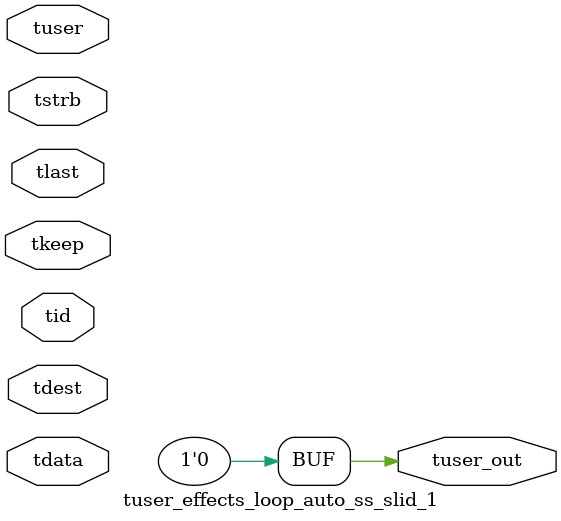
<source format=v>


`timescale 1ps/1ps

module tuser_effects_loop_auto_ss_slid_1 #
(
parameter C_S_AXIS_TUSER_WIDTH = 1,
parameter C_S_AXIS_TDATA_WIDTH = 32,
parameter C_S_AXIS_TID_WIDTH   = 0,
parameter C_S_AXIS_TDEST_WIDTH = 0,
parameter C_M_AXIS_TUSER_WIDTH = 1
)
(
input  [(C_S_AXIS_TUSER_WIDTH == 0 ? 1 : C_S_AXIS_TUSER_WIDTH)-1:0     ] tuser,
input  [(C_S_AXIS_TDATA_WIDTH == 0 ? 1 : C_S_AXIS_TDATA_WIDTH)-1:0     ] tdata,
input  [(C_S_AXIS_TID_WIDTH   == 0 ? 1 : C_S_AXIS_TID_WIDTH)-1:0       ] tid,
input  [(C_S_AXIS_TDEST_WIDTH == 0 ? 1 : C_S_AXIS_TDEST_WIDTH)-1:0     ] tdest,
input  [(C_S_AXIS_TDATA_WIDTH/8)-1:0 ] tkeep,
input  [(C_S_AXIS_TDATA_WIDTH/8)-1:0 ] tstrb,
input                                                                    tlast,
output [C_M_AXIS_TUSER_WIDTH-1:0] tuser_out
);

assign tuser_out = {1'b0};

endmodule


</source>
